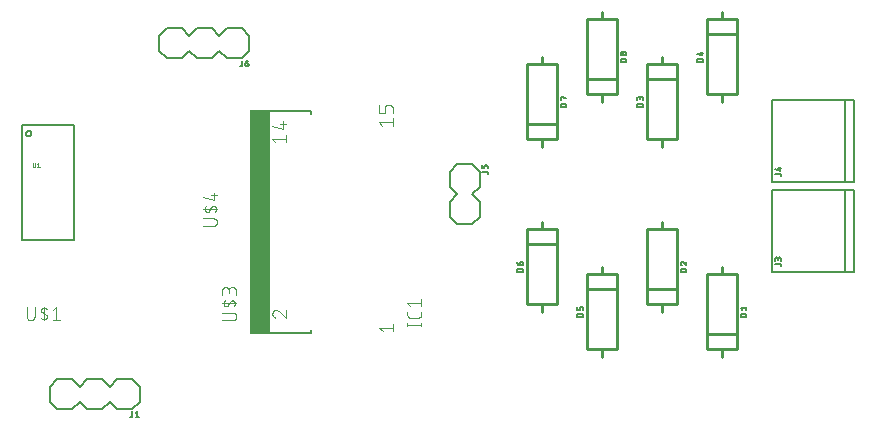
<source format=gbr>
G04 EAGLE Gerber RS-274X export*
G75*
%MOMM*%
%FSLAX34Y34*%
%LPD*%
%INSilkscreen Top*%
%IPPOS*%
%AMOC8*
5,1,8,0,0,1.08239X$1,22.5*%
G01*
%ADD10C,0.254000*%
%ADD11C,0.127000*%
%ADD12C,0.152400*%
%ADD13C,0.101600*%
%ADD14R,1.675000X18.950000*%
%ADD15C,0.203200*%
%ADD16C,0.025400*%


D10*
X660400Y146050D02*
X660400Y158750D01*
X660400Y209550D01*
X647700Y209550D01*
X635000Y209550D01*
X635000Y158750D01*
X635000Y146050D01*
X647700Y146050D01*
X660400Y146050D01*
X660400Y158750D02*
X635000Y158750D01*
X647700Y209550D02*
X647700Y215900D01*
X647700Y146050D02*
X647700Y139700D01*
D11*
X663575Y173625D02*
X668401Y173625D01*
X663575Y173625D02*
X663575Y174965D01*
X663577Y175035D01*
X663582Y175105D01*
X663592Y175175D01*
X663604Y175244D01*
X663621Y175312D01*
X663641Y175379D01*
X663664Y175446D01*
X663691Y175510D01*
X663721Y175574D01*
X663755Y175636D01*
X663791Y175695D01*
X663831Y175753D01*
X663874Y175809D01*
X663919Y175862D01*
X663968Y175913D01*
X664019Y175962D01*
X664072Y176007D01*
X664128Y176050D01*
X664186Y176090D01*
X664246Y176126D01*
X664307Y176160D01*
X664371Y176190D01*
X664435Y176217D01*
X664502Y176240D01*
X664569Y176260D01*
X664637Y176277D01*
X664706Y176289D01*
X664776Y176299D01*
X664846Y176304D01*
X664916Y176306D01*
X667060Y176306D01*
X667130Y176304D01*
X667200Y176299D01*
X667270Y176289D01*
X667339Y176277D01*
X667407Y176260D01*
X667474Y176240D01*
X667541Y176217D01*
X667605Y176190D01*
X667669Y176160D01*
X667731Y176126D01*
X667790Y176090D01*
X667848Y176050D01*
X667904Y176007D01*
X667957Y175962D01*
X668008Y175913D01*
X668057Y175862D01*
X668102Y175809D01*
X668145Y175753D01*
X668185Y175695D01*
X668221Y175635D01*
X668255Y175574D01*
X668285Y175510D01*
X668312Y175446D01*
X668335Y175379D01*
X668355Y175312D01*
X668372Y175244D01*
X668384Y175175D01*
X668394Y175105D01*
X668399Y175035D01*
X668401Y174965D01*
X668401Y173625D01*
X664647Y179294D02*
X663575Y180635D01*
X668401Y180635D01*
X668401Y181975D02*
X668401Y179294D01*
D10*
X609600Y184150D02*
X609600Y196850D01*
X609600Y247650D01*
X596900Y247650D01*
X584200Y247650D01*
X584200Y196850D01*
X584200Y184150D01*
X596900Y184150D01*
X609600Y184150D01*
X609600Y196850D02*
X584200Y196850D01*
X596900Y247650D02*
X596900Y254000D01*
X596900Y184150D02*
X596900Y177800D01*
D11*
X612775Y211725D02*
X617601Y211725D01*
X612775Y211725D02*
X612775Y213065D01*
X612777Y213135D01*
X612782Y213205D01*
X612792Y213275D01*
X612804Y213344D01*
X612821Y213412D01*
X612841Y213479D01*
X612864Y213546D01*
X612891Y213610D01*
X612921Y213674D01*
X612955Y213736D01*
X612991Y213795D01*
X613031Y213853D01*
X613074Y213909D01*
X613119Y213962D01*
X613168Y214013D01*
X613219Y214062D01*
X613272Y214107D01*
X613328Y214150D01*
X613386Y214190D01*
X613446Y214226D01*
X613507Y214260D01*
X613571Y214290D01*
X613635Y214317D01*
X613702Y214340D01*
X613769Y214360D01*
X613837Y214377D01*
X613906Y214389D01*
X613976Y214399D01*
X614046Y214404D01*
X614116Y214406D01*
X616260Y214406D01*
X616330Y214404D01*
X616400Y214399D01*
X616470Y214389D01*
X616539Y214377D01*
X616607Y214360D01*
X616674Y214340D01*
X616741Y214317D01*
X616805Y214290D01*
X616869Y214260D01*
X616931Y214226D01*
X616990Y214190D01*
X617048Y214150D01*
X617104Y214107D01*
X617157Y214062D01*
X617208Y214013D01*
X617257Y213962D01*
X617302Y213909D01*
X617345Y213853D01*
X617385Y213795D01*
X617421Y213735D01*
X617455Y213674D01*
X617485Y213610D01*
X617512Y213546D01*
X617535Y213479D01*
X617555Y213412D01*
X617572Y213344D01*
X617584Y213275D01*
X617594Y213205D01*
X617599Y213135D01*
X617601Y213065D01*
X617601Y211725D01*
X612775Y218869D02*
X612777Y218937D01*
X612783Y219004D01*
X612792Y219071D01*
X612805Y219138D01*
X612822Y219203D01*
X612843Y219268D01*
X612867Y219331D01*
X612895Y219393D01*
X612926Y219453D01*
X612960Y219511D01*
X612998Y219567D01*
X613038Y219622D01*
X613082Y219673D01*
X613129Y219722D01*
X613178Y219769D01*
X613229Y219813D01*
X613284Y219853D01*
X613340Y219891D01*
X613398Y219925D01*
X613458Y219956D01*
X613520Y219984D01*
X613583Y220008D01*
X613648Y220029D01*
X613713Y220046D01*
X613780Y220059D01*
X613847Y220068D01*
X613914Y220074D01*
X613982Y220076D01*
X612775Y218869D02*
X612777Y218791D01*
X612783Y218713D01*
X612793Y218636D01*
X612806Y218559D01*
X612824Y218483D01*
X612845Y218408D01*
X612870Y218334D01*
X612899Y218262D01*
X612931Y218191D01*
X612967Y218122D01*
X613006Y218054D01*
X613049Y217989D01*
X613095Y217926D01*
X613144Y217865D01*
X613196Y217807D01*
X613251Y217752D01*
X613308Y217699D01*
X613368Y217650D01*
X613431Y217603D01*
X613496Y217560D01*
X613562Y217520D01*
X613631Y217483D01*
X613702Y217450D01*
X613774Y217420D01*
X613848Y217394D01*
X614920Y219673D02*
X614871Y219722D01*
X614819Y219769D01*
X614764Y219812D01*
X614707Y219853D01*
X614648Y219891D01*
X614587Y219925D01*
X614524Y219956D01*
X614460Y219984D01*
X614394Y220008D01*
X614328Y220028D01*
X614260Y220045D01*
X614191Y220058D01*
X614122Y220067D01*
X614052Y220073D01*
X613982Y220075D01*
X614920Y219673D02*
X617601Y217394D01*
X617601Y220075D01*
D10*
X584200Y374650D02*
X584200Y387350D01*
X584200Y374650D02*
X584200Y323850D01*
X596900Y323850D01*
X609600Y323850D01*
X609600Y374650D01*
X609600Y387350D01*
X596900Y387350D01*
X584200Y387350D01*
X584200Y374650D02*
X609600Y374650D01*
X596900Y323850D02*
X596900Y317500D01*
X596900Y387350D02*
X596900Y393700D01*
D11*
X581025Y351425D02*
X576199Y351425D01*
X576199Y352765D01*
X576201Y352835D01*
X576206Y352905D01*
X576216Y352975D01*
X576228Y353044D01*
X576245Y353112D01*
X576265Y353179D01*
X576288Y353246D01*
X576315Y353310D01*
X576345Y353374D01*
X576379Y353436D01*
X576415Y353495D01*
X576455Y353553D01*
X576498Y353609D01*
X576543Y353662D01*
X576592Y353713D01*
X576643Y353762D01*
X576696Y353807D01*
X576752Y353850D01*
X576810Y353890D01*
X576870Y353926D01*
X576931Y353960D01*
X576995Y353990D01*
X577059Y354017D01*
X577126Y354040D01*
X577193Y354060D01*
X577261Y354077D01*
X577330Y354089D01*
X577400Y354099D01*
X577470Y354104D01*
X577540Y354106D01*
X579684Y354106D01*
X579754Y354104D01*
X579824Y354099D01*
X579894Y354089D01*
X579963Y354077D01*
X580031Y354060D01*
X580098Y354040D01*
X580165Y354017D01*
X580229Y353990D01*
X580293Y353960D01*
X580355Y353926D01*
X580414Y353890D01*
X580472Y353850D01*
X580528Y353807D01*
X580581Y353762D01*
X580632Y353713D01*
X580681Y353662D01*
X580726Y353609D01*
X580769Y353553D01*
X580809Y353495D01*
X580845Y353435D01*
X580879Y353374D01*
X580909Y353310D01*
X580936Y353246D01*
X580959Y353179D01*
X580979Y353112D01*
X580996Y353044D01*
X581008Y352975D01*
X581018Y352905D01*
X581023Y352835D01*
X581025Y352765D01*
X581025Y351425D01*
X581025Y357094D02*
X581025Y358435D01*
X581023Y358506D01*
X581017Y358578D01*
X581008Y358648D01*
X580995Y358718D01*
X580978Y358788D01*
X580957Y358856D01*
X580933Y358923D01*
X580905Y358989D01*
X580874Y359053D01*
X580839Y359116D01*
X580801Y359176D01*
X580760Y359235D01*
X580716Y359291D01*
X580669Y359345D01*
X580620Y359396D01*
X580567Y359444D01*
X580512Y359490D01*
X580455Y359532D01*
X580395Y359572D01*
X580334Y359608D01*
X580270Y359641D01*
X580205Y359670D01*
X580139Y359696D01*
X580071Y359719D01*
X580002Y359738D01*
X579932Y359753D01*
X579862Y359764D01*
X579791Y359772D01*
X579720Y359776D01*
X579648Y359776D01*
X579577Y359772D01*
X579506Y359764D01*
X579436Y359753D01*
X579366Y359738D01*
X579297Y359719D01*
X579229Y359696D01*
X579163Y359670D01*
X579098Y359641D01*
X579034Y359608D01*
X578973Y359572D01*
X578913Y359532D01*
X578856Y359490D01*
X578801Y359444D01*
X578748Y359396D01*
X578699Y359345D01*
X578652Y359291D01*
X578608Y359235D01*
X578567Y359176D01*
X578529Y359116D01*
X578494Y359053D01*
X578463Y358989D01*
X578435Y358923D01*
X578411Y358856D01*
X578390Y358788D01*
X578373Y358718D01*
X578360Y358648D01*
X578351Y358578D01*
X578345Y358506D01*
X578343Y358435D01*
X576199Y358703D02*
X576199Y357094D01*
X576199Y358703D02*
X576201Y358768D01*
X576207Y358832D01*
X576217Y358896D01*
X576230Y358960D01*
X576248Y359022D01*
X576269Y359083D01*
X576293Y359143D01*
X576322Y359201D01*
X576354Y359258D01*
X576389Y359312D01*
X576427Y359364D01*
X576469Y359414D01*
X576513Y359461D01*
X576560Y359505D01*
X576610Y359547D01*
X576662Y359585D01*
X576716Y359620D01*
X576773Y359652D01*
X576831Y359681D01*
X576891Y359705D01*
X576952Y359726D01*
X577014Y359744D01*
X577078Y359757D01*
X577142Y359767D01*
X577206Y359773D01*
X577271Y359775D01*
X577336Y359773D01*
X577400Y359767D01*
X577464Y359757D01*
X577528Y359744D01*
X577590Y359726D01*
X577651Y359705D01*
X577711Y359681D01*
X577769Y359652D01*
X577826Y359620D01*
X577880Y359585D01*
X577932Y359547D01*
X577982Y359505D01*
X578029Y359461D01*
X578073Y359414D01*
X578115Y359364D01*
X578153Y359312D01*
X578188Y359258D01*
X578220Y359201D01*
X578249Y359143D01*
X578273Y359083D01*
X578294Y359022D01*
X578312Y358960D01*
X578325Y358896D01*
X578335Y358832D01*
X578341Y358768D01*
X578343Y358703D01*
X578344Y358703D02*
X578344Y357630D01*
D10*
X635000Y412750D02*
X635000Y425450D01*
X635000Y412750D02*
X635000Y361950D01*
X647700Y361950D01*
X660400Y361950D01*
X660400Y412750D01*
X660400Y425450D01*
X647700Y425450D01*
X635000Y425450D01*
X635000Y412750D02*
X660400Y412750D01*
X647700Y361950D02*
X647700Y355600D01*
X647700Y425450D02*
X647700Y431800D01*
D11*
X631825Y389525D02*
X626999Y389525D01*
X626999Y390865D01*
X627001Y390935D01*
X627006Y391005D01*
X627016Y391075D01*
X627028Y391144D01*
X627045Y391212D01*
X627065Y391279D01*
X627088Y391346D01*
X627115Y391410D01*
X627145Y391474D01*
X627179Y391536D01*
X627215Y391595D01*
X627255Y391653D01*
X627298Y391709D01*
X627343Y391762D01*
X627392Y391813D01*
X627443Y391862D01*
X627496Y391907D01*
X627552Y391950D01*
X627610Y391990D01*
X627670Y392026D01*
X627731Y392060D01*
X627795Y392090D01*
X627859Y392117D01*
X627926Y392140D01*
X627993Y392160D01*
X628061Y392177D01*
X628130Y392189D01*
X628200Y392199D01*
X628270Y392204D01*
X628340Y392206D01*
X630484Y392206D01*
X630554Y392204D01*
X630624Y392199D01*
X630694Y392189D01*
X630763Y392177D01*
X630831Y392160D01*
X630898Y392140D01*
X630965Y392117D01*
X631029Y392090D01*
X631093Y392060D01*
X631155Y392026D01*
X631214Y391990D01*
X631272Y391950D01*
X631328Y391907D01*
X631381Y391862D01*
X631432Y391813D01*
X631481Y391762D01*
X631526Y391709D01*
X631569Y391653D01*
X631609Y391595D01*
X631645Y391535D01*
X631679Y391474D01*
X631709Y391410D01*
X631736Y391346D01*
X631759Y391279D01*
X631779Y391212D01*
X631796Y391144D01*
X631808Y391075D01*
X631818Y391005D01*
X631823Y390935D01*
X631825Y390865D01*
X631825Y389525D01*
X630753Y395194D02*
X626999Y396267D01*
X630753Y395194D02*
X630753Y397875D01*
X629680Y397071D02*
X631825Y397071D01*
D10*
X533400Y209550D02*
X533400Y196850D01*
X533400Y146050D01*
X546100Y146050D01*
X558800Y146050D01*
X558800Y196850D01*
X558800Y209550D01*
X546100Y209550D01*
X533400Y209550D01*
X533400Y196850D02*
X558800Y196850D01*
X546100Y146050D02*
X546100Y139700D01*
X546100Y209550D02*
X546100Y215900D01*
D11*
X530225Y173625D02*
X525399Y173625D01*
X525399Y174965D01*
X525401Y175035D01*
X525406Y175105D01*
X525416Y175175D01*
X525428Y175244D01*
X525445Y175312D01*
X525465Y175379D01*
X525488Y175446D01*
X525515Y175510D01*
X525545Y175574D01*
X525579Y175636D01*
X525615Y175695D01*
X525655Y175753D01*
X525698Y175809D01*
X525743Y175862D01*
X525792Y175913D01*
X525843Y175962D01*
X525896Y176007D01*
X525952Y176050D01*
X526010Y176090D01*
X526070Y176126D01*
X526131Y176160D01*
X526195Y176190D01*
X526259Y176217D01*
X526326Y176240D01*
X526393Y176260D01*
X526461Y176277D01*
X526530Y176289D01*
X526600Y176299D01*
X526670Y176304D01*
X526740Y176306D01*
X528884Y176306D01*
X528954Y176304D01*
X529024Y176299D01*
X529094Y176289D01*
X529163Y176277D01*
X529231Y176260D01*
X529298Y176240D01*
X529365Y176217D01*
X529429Y176190D01*
X529493Y176160D01*
X529555Y176126D01*
X529614Y176090D01*
X529672Y176050D01*
X529728Y176007D01*
X529781Y175962D01*
X529832Y175913D01*
X529881Y175862D01*
X529926Y175809D01*
X529969Y175753D01*
X530009Y175695D01*
X530045Y175635D01*
X530079Y175574D01*
X530109Y175510D01*
X530136Y175446D01*
X530159Y175379D01*
X530179Y175312D01*
X530196Y175244D01*
X530208Y175175D01*
X530218Y175105D01*
X530223Y175035D01*
X530225Y174965D01*
X530225Y173625D01*
X530225Y179294D02*
X530225Y180903D01*
X530223Y180968D01*
X530217Y181032D01*
X530207Y181096D01*
X530194Y181160D01*
X530176Y181222D01*
X530155Y181283D01*
X530131Y181343D01*
X530102Y181401D01*
X530070Y181458D01*
X530035Y181512D01*
X529997Y181564D01*
X529955Y181614D01*
X529911Y181661D01*
X529864Y181705D01*
X529814Y181747D01*
X529762Y181785D01*
X529708Y181820D01*
X529651Y181852D01*
X529593Y181881D01*
X529533Y181905D01*
X529472Y181926D01*
X529410Y181944D01*
X529346Y181957D01*
X529282Y181967D01*
X529218Y181973D01*
X529153Y181975D01*
X528616Y181975D01*
X528551Y181973D01*
X528487Y181967D01*
X528423Y181957D01*
X528359Y181944D01*
X528297Y181926D01*
X528236Y181905D01*
X528176Y181881D01*
X528118Y181852D01*
X528061Y181820D01*
X528007Y181785D01*
X527955Y181747D01*
X527905Y181705D01*
X527858Y181661D01*
X527814Y181614D01*
X527772Y181564D01*
X527734Y181512D01*
X527699Y181458D01*
X527667Y181401D01*
X527638Y181343D01*
X527614Y181283D01*
X527593Y181222D01*
X527575Y181160D01*
X527562Y181096D01*
X527552Y181032D01*
X527546Y180968D01*
X527544Y180903D01*
X527544Y179294D01*
X525399Y179294D01*
X525399Y181975D01*
D10*
X482600Y234950D02*
X482600Y247650D01*
X482600Y234950D02*
X482600Y184150D01*
X495300Y184150D01*
X508000Y184150D01*
X508000Y234950D01*
X508000Y247650D01*
X495300Y247650D01*
X482600Y247650D01*
X482600Y234950D02*
X508000Y234950D01*
X495300Y184150D02*
X495300Y177800D01*
X495300Y247650D02*
X495300Y254000D01*
D11*
X479425Y211725D02*
X474599Y211725D01*
X474599Y213065D01*
X474601Y213135D01*
X474606Y213205D01*
X474616Y213275D01*
X474628Y213344D01*
X474645Y213412D01*
X474665Y213479D01*
X474688Y213546D01*
X474715Y213610D01*
X474745Y213674D01*
X474779Y213736D01*
X474815Y213795D01*
X474855Y213853D01*
X474898Y213909D01*
X474943Y213962D01*
X474992Y214013D01*
X475043Y214062D01*
X475096Y214107D01*
X475152Y214150D01*
X475210Y214190D01*
X475270Y214226D01*
X475331Y214260D01*
X475395Y214290D01*
X475459Y214317D01*
X475526Y214340D01*
X475593Y214360D01*
X475661Y214377D01*
X475730Y214389D01*
X475800Y214399D01*
X475870Y214404D01*
X475940Y214406D01*
X478084Y214406D01*
X478154Y214404D01*
X478224Y214399D01*
X478294Y214389D01*
X478363Y214377D01*
X478431Y214360D01*
X478498Y214340D01*
X478565Y214317D01*
X478629Y214290D01*
X478693Y214260D01*
X478755Y214226D01*
X478814Y214190D01*
X478872Y214150D01*
X478928Y214107D01*
X478981Y214062D01*
X479032Y214013D01*
X479081Y213962D01*
X479126Y213909D01*
X479169Y213853D01*
X479209Y213795D01*
X479245Y213735D01*
X479279Y213674D01*
X479309Y213610D01*
X479336Y213546D01*
X479359Y213479D01*
X479379Y213412D01*
X479396Y213344D01*
X479408Y213275D01*
X479418Y213205D01*
X479423Y213135D01*
X479425Y213065D01*
X479425Y211725D01*
X476744Y217394D02*
X476744Y219003D01*
X476746Y219068D01*
X476752Y219132D01*
X476762Y219196D01*
X476775Y219260D01*
X476793Y219322D01*
X476814Y219383D01*
X476838Y219443D01*
X476867Y219501D01*
X476899Y219558D01*
X476934Y219612D01*
X476972Y219664D01*
X477014Y219714D01*
X477058Y219761D01*
X477105Y219805D01*
X477155Y219847D01*
X477207Y219885D01*
X477261Y219920D01*
X477318Y219952D01*
X477376Y219981D01*
X477436Y220005D01*
X477497Y220026D01*
X477559Y220044D01*
X477623Y220057D01*
X477687Y220067D01*
X477751Y220073D01*
X477816Y220075D01*
X478084Y220075D01*
X478084Y220076D02*
X478155Y220074D01*
X478227Y220068D01*
X478297Y220059D01*
X478367Y220046D01*
X478437Y220029D01*
X478505Y220008D01*
X478572Y219984D01*
X478638Y219956D01*
X478702Y219925D01*
X478765Y219890D01*
X478825Y219852D01*
X478884Y219811D01*
X478940Y219767D01*
X478994Y219720D01*
X479045Y219671D01*
X479093Y219618D01*
X479139Y219563D01*
X479181Y219506D01*
X479221Y219446D01*
X479257Y219385D01*
X479290Y219321D01*
X479319Y219256D01*
X479345Y219190D01*
X479368Y219122D01*
X479387Y219053D01*
X479402Y218983D01*
X479413Y218913D01*
X479421Y218842D01*
X479425Y218771D01*
X479425Y218699D01*
X479421Y218628D01*
X479413Y218557D01*
X479402Y218487D01*
X479387Y218417D01*
X479368Y218348D01*
X479345Y218280D01*
X479319Y218214D01*
X479290Y218149D01*
X479257Y218085D01*
X479221Y218024D01*
X479181Y217964D01*
X479139Y217907D01*
X479093Y217852D01*
X479045Y217799D01*
X478994Y217750D01*
X478940Y217703D01*
X478884Y217659D01*
X478825Y217618D01*
X478765Y217580D01*
X478702Y217545D01*
X478638Y217514D01*
X478572Y217486D01*
X478505Y217462D01*
X478437Y217441D01*
X478367Y217424D01*
X478297Y217411D01*
X478227Y217402D01*
X478155Y217396D01*
X478084Y217394D01*
X476744Y217394D01*
X476653Y217396D01*
X476562Y217402D01*
X476472Y217411D01*
X476381Y217425D01*
X476292Y217442D01*
X476204Y217463D01*
X476116Y217488D01*
X476029Y217517D01*
X475944Y217549D01*
X475860Y217584D01*
X475778Y217624D01*
X475698Y217666D01*
X475619Y217712D01*
X475543Y217762D01*
X475469Y217814D01*
X475396Y217870D01*
X475327Y217929D01*
X475260Y217990D01*
X475195Y218055D01*
X475134Y218122D01*
X475075Y218191D01*
X475019Y218263D01*
X474967Y218338D01*
X474917Y218414D01*
X474871Y218493D01*
X474829Y218573D01*
X474789Y218655D01*
X474754Y218739D01*
X474722Y218824D01*
X474693Y218911D01*
X474668Y218998D01*
X474647Y219087D01*
X474630Y219176D01*
X474616Y219266D01*
X474607Y219357D01*
X474601Y219448D01*
X474599Y219539D01*
D10*
X508000Y323850D02*
X508000Y336550D01*
X508000Y387350D01*
X495300Y387350D01*
X482600Y387350D01*
X482600Y336550D01*
X482600Y323850D01*
X495300Y323850D01*
X508000Y323850D01*
X508000Y336550D02*
X482600Y336550D01*
X495300Y387350D02*
X495300Y393700D01*
X495300Y323850D02*
X495300Y317500D01*
D11*
X511175Y351425D02*
X516001Y351425D01*
X511175Y351425D02*
X511175Y352765D01*
X511177Y352835D01*
X511182Y352905D01*
X511192Y352975D01*
X511204Y353044D01*
X511221Y353112D01*
X511241Y353179D01*
X511264Y353246D01*
X511291Y353310D01*
X511321Y353374D01*
X511355Y353436D01*
X511391Y353495D01*
X511431Y353553D01*
X511474Y353609D01*
X511519Y353662D01*
X511568Y353713D01*
X511619Y353762D01*
X511672Y353807D01*
X511728Y353850D01*
X511786Y353890D01*
X511846Y353926D01*
X511907Y353960D01*
X511971Y353990D01*
X512035Y354017D01*
X512102Y354040D01*
X512169Y354060D01*
X512237Y354077D01*
X512306Y354089D01*
X512376Y354099D01*
X512446Y354104D01*
X512516Y354106D01*
X514660Y354106D01*
X514730Y354104D01*
X514800Y354099D01*
X514870Y354089D01*
X514939Y354077D01*
X515007Y354060D01*
X515074Y354040D01*
X515141Y354017D01*
X515205Y353990D01*
X515269Y353960D01*
X515331Y353926D01*
X515390Y353890D01*
X515448Y353850D01*
X515504Y353807D01*
X515557Y353762D01*
X515608Y353713D01*
X515657Y353662D01*
X515702Y353609D01*
X515745Y353553D01*
X515785Y353495D01*
X515821Y353435D01*
X515855Y353374D01*
X515885Y353310D01*
X515912Y353246D01*
X515935Y353179D01*
X515955Y353112D01*
X515972Y353044D01*
X515984Y352975D01*
X515994Y352905D01*
X515999Y352835D01*
X516001Y352765D01*
X516001Y351425D01*
X511711Y357094D02*
X511175Y357094D01*
X511175Y359775D01*
X516001Y358435D01*
D10*
X558800Y361950D02*
X558800Y374650D01*
X558800Y425450D01*
X546100Y425450D01*
X533400Y425450D01*
X533400Y374650D01*
X533400Y361950D01*
X546100Y361950D01*
X558800Y361950D01*
X558800Y374650D02*
X533400Y374650D01*
X546100Y425450D02*
X546100Y431800D01*
X546100Y361950D02*
X546100Y355600D01*
D11*
X561975Y389525D02*
X566801Y389525D01*
X561975Y389525D02*
X561975Y390865D01*
X561977Y390935D01*
X561982Y391005D01*
X561992Y391075D01*
X562004Y391144D01*
X562021Y391212D01*
X562041Y391279D01*
X562064Y391346D01*
X562091Y391410D01*
X562121Y391474D01*
X562155Y391536D01*
X562191Y391595D01*
X562231Y391653D01*
X562274Y391709D01*
X562319Y391762D01*
X562368Y391813D01*
X562419Y391862D01*
X562472Y391907D01*
X562528Y391950D01*
X562586Y391990D01*
X562646Y392026D01*
X562707Y392060D01*
X562771Y392090D01*
X562835Y392117D01*
X562902Y392140D01*
X562969Y392160D01*
X563037Y392177D01*
X563106Y392189D01*
X563176Y392199D01*
X563246Y392204D01*
X563316Y392206D01*
X565460Y392206D01*
X565530Y392204D01*
X565600Y392199D01*
X565670Y392189D01*
X565739Y392177D01*
X565807Y392160D01*
X565874Y392140D01*
X565941Y392117D01*
X566005Y392090D01*
X566069Y392060D01*
X566131Y392026D01*
X566190Y391990D01*
X566248Y391950D01*
X566304Y391907D01*
X566357Y391862D01*
X566408Y391813D01*
X566457Y391762D01*
X566502Y391709D01*
X566545Y391653D01*
X566585Y391595D01*
X566621Y391535D01*
X566655Y391474D01*
X566685Y391410D01*
X566712Y391346D01*
X566735Y391279D01*
X566755Y391212D01*
X566772Y391144D01*
X566784Y391075D01*
X566794Y391005D01*
X566799Y390935D01*
X566801Y390865D01*
X566801Y389525D01*
X565460Y395194D02*
X565389Y395196D01*
X565317Y395202D01*
X565247Y395211D01*
X565177Y395224D01*
X565107Y395241D01*
X565039Y395262D01*
X564972Y395286D01*
X564906Y395314D01*
X564842Y395345D01*
X564779Y395380D01*
X564719Y395418D01*
X564660Y395459D01*
X564604Y395503D01*
X564550Y395550D01*
X564499Y395599D01*
X564451Y395652D01*
X564405Y395707D01*
X564363Y395764D01*
X564323Y395824D01*
X564287Y395885D01*
X564254Y395949D01*
X564225Y396014D01*
X564199Y396080D01*
X564176Y396148D01*
X564157Y396217D01*
X564142Y396287D01*
X564131Y396357D01*
X564123Y396428D01*
X564119Y396499D01*
X564119Y396571D01*
X564123Y396642D01*
X564131Y396713D01*
X564142Y396783D01*
X564157Y396853D01*
X564176Y396922D01*
X564199Y396990D01*
X564225Y397056D01*
X564254Y397121D01*
X564287Y397185D01*
X564323Y397246D01*
X564363Y397306D01*
X564405Y397363D01*
X564451Y397418D01*
X564499Y397471D01*
X564550Y397520D01*
X564604Y397567D01*
X564660Y397611D01*
X564719Y397652D01*
X564779Y397690D01*
X564842Y397725D01*
X564906Y397756D01*
X564972Y397784D01*
X565039Y397808D01*
X565107Y397829D01*
X565177Y397846D01*
X565247Y397859D01*
X565317Y397868D01*
X565389Y397874D01*
X565460Y397876D01*
X565531Y397874D01*
X565603Y397868D01*
X565673Y397859D01*
X565743Y397846D01*
X565813Y397829D01*
X565881Y397808D01*
X565948Y397784D01*
X566014Y397756D01*
X566078Y397725D01*
X566141Y397690D01*
X566201Y397652D01*
X566260Y397611D01*
X566316Y397567D01*
X566370Y397520D01*
X566421Y397471D01*
X566469Y397418D01*
X566515Y397363D01*
X566557Y397306D01*
X566597Y397246D01*
X566633Y397185D01*
X566666Y397121D01*
X566695Y397056D01*
X566721Y396990D01*
X566744Y396922D01*
X566763Y396853D01*
X566778Y396783D01*
X566789Y396713D01*
X566797Y396642D01*
X566801Y396571D01*
X566801Y396499D01*
X566797Y396428D01*
X566789Y396357D01*
X566778Y396287D01*
X566763Y396217D01*
X566744Y396148D01*
X566721Y396080D01*
X566695Y396014D01*
X566666Y395949D01*
X566633Y395885D01*
X566597Y395824D01*
X566557Y395764D01*
X566515Y395707D01*
X566469Y395652D01*
X566421Y395599D01*
X566370Y395550D01*
X566316Y395503D01*
X566260Y395459D01*
X566201Y395418D01*
X566141Y395380D01*
X566078Y395345D01*
X566014Y395314D01*
X565948Y395286D01*
X565881Y395262D01*
X565813Y395241D01*
X565743Y395224D01*
X565673Y395211D01*
X565603Y395202D01*
X565531Y395196D01*
X565460Y395194D01*
X563047Y395463D02*
X562982Y395465D01*
X562918Y395471D01*
X562854Y395481D01*
X562790Y395494D01*
X562728Y395512D01*
X562667Y395533D01*
X562607Y395557D01*
X562549Y395586D01*
X562492Y395618D01*
X562438Y395653D01*
X562386Y395691D01*
X562336Y395733D01*
X562289Y395777D01*
X562245Y395824D01*
X562203Y395874D01*
X562165Y395926D01*
X562130Y395980D01*
X562098Y396037D01*
X562069Y396095D01*
X562045Y396155D01*
X562024Y396216D01*
X562006Y396278D01*
X561993Y396342D01*
X561983Y396406D01*
X561977Y396470D01*
X561975Y396535D01*
X561977Y396600D01*
X561983Y396664D01*
X561993Y396728D01*
X562006Y396792D01*
X562024Y396854D01*
X562045Y396915D01*
X562069Y396975D01*
X562098Y397033D01*
X562130Y397090D01*
X562165Y397144D01*
X562203Y397196D01*
X562245Y397246D01*
X562289Y397293D01*
X562336Y397337D01*
X562386Y397379D01*
X562438Y397417D01*
X562492Y397452D01*
X562549Y397484D01*
X562607Y397513D01*
X562667Y397537D01*
X562728Y397558D01*
X562790Y397576D01*
X562854Y397589D01*
X562918Y397599D01*
X562982Y397605D01*
X563047Y397607D01*
X563112Y397605D01*
X563176Y397599D01*
X563240Y397589D01*
X563304Y397576D01*
X563366Y397558D01*
X563427Y397537D01*
X563487Y397513D01*
X563545Y397484D01*
X563602Y397452D01*
X563656Y397417D01*
X563708Y397379D01*
X563758Y397337D01*
X563805Y397293D01*
X563849Y397246D01*
X563891Y397196D01*
X563929Y397144D01*
X563964Y397090D01*
X563996Y397033D01*
X564025Y396975D01*
X564049Y396915D01*
X564070Y396854D01*
X564088Y396792D01*
X564101Y396728D01*
X564111Y396664D01*
X564117Y396600D01*
X564119Y396535D01*
X564117Y396470D01*
X564111Y396406D01*
X564101Y396342D01*
X564088Y396278D01*
X564070Y396216D01*
X564049Y396155D01*
X564025Y396095D01*
X563996Y396037D01*
X563964Y395980D01*
X563929Y395926D01*
X563891Y395874D01*
X563849Y395824D01*
X563805Y395777D01*
X563758Y395733D01*
X563708Y395691D01*
X563656Y395653D01*
X563602Y395618D01*
X563545Y395586D01*
X563487Y395557D01*
X563427Y395533D01*
X563366Y395512D01*
X563304Y395494D01*
X563240Y395481D01*
X563176Y395471D01*
X563112Y395465D01*
X563047Y395463D01*
D12*
X299720Y162560D02*
X299720Y160020D01*
X299720Y345440D02*
X299720Y347980D01*
X299720Y160020D02*
X264160Y160020D01*
X264160Y347980D02*
X299720Y347980D01*
D13*
X357891Y164480D02*
X360487Y161234D01*
X357891Y164480D02*
X369575Y164480D01*
X369575Y167725D02*
X369575Y161234D01*
X359895Y335084D02*
X357299Y338330D01*
X368983Y338330D01*
X368983Y341575D02*
X368983Y335084D01*
X368983Y346514D02*
X368983Y350409D01*
X368981Y350508D01*
X368975Y350608D01*
X368966Y350707D01*
X368953Y350805D01*
X368936Y350903D01*
X368915Y351001D01*
X368890Y351097D01*
X368862Y351192D01*
X368830Y351286D01*
X368795Y351379D01*
X368756Y351471D01*
X368713Y351561D01*
X368668Y351649D01*
X368618Y351736D01*
X368566Y351820D01*
X368510Y351903D01*
X368452Y351983D01*
X368390Y352061D01*
X368325Y352136D01*
X368257Y352209D01*
X368187Y352279D01*
X368114Y352347D01*
X368039Y352412D01*
X367961Y352474D01*
X367881Y352532D01*
X367798Y352588D01*
X367714Y352640D01*
X367627Y352690D01*
X367539Y352735D01*
X367449Y352778D01*
X367357Y352817D01*
X367264Y352852D01*
X367170Y352884D01*
X367075Y352912D01*
X366979Y352937D01*
X366881Y352958D01*
X366783Y352975D01*
X366685Y352988D01*
X366586Y352997D01*
X366486Y353003D01*
X366387Y353005D01*
X365088Y353005D01*
X364989Y353003D01*
X364889Y352997D01*
X364790Y352988D01*
X364692Y352975D01*
X364594Y352958D01*
X364496Y352937D01*
X364400Y352912D01*
X364305Y352884D01*
X364211Y352852D01*
X364118Y352817D01*
X364026Y352778D01*
X363936Y352735D01*
X363848Y352690D01*
X363761Y352640D01*
X363677Y352588D01*
X363594Y352532D01*
X363514Y352474D01*
X363436Y352412D01*
X363361Y352347D01*
X363288Y352279D01*
X363218Y352209D01*
X363150Y352136D01*
X363085Y352061D01*
X363023Y351983D01*
X362965Y351903D01*
X362909Y351820D01*
X362857Y351736D01*
X362807Y351649D01*
X362762Y351561D01*
X362719Y351471D01*
X362680Y351379D01*
X362645Y351286D01*
X362613Y351192D01*
X362585Y351097D01*
X362560Y351001D01*
X362539Y350903D01*
X362522Y350805D01*
X362509Y350707D01*
X362500Y350608D01*
X362494Y350508D01*
X362492Y350409D01*
X362492Y346514D01*
X357299Y346514D01*
X357299Y353005D01*
X270129Y179234D02*
X270022Y179232D01*
X269916Y179226D01*
X269810Y179216D01*
X269704Y179203D01*
X269598Y179185D01*
X269494Y179164D01*
X269390Y179139D01*
X269287Y179110D01*
X269186Y179078D01*
X269086Y179041D01*
X268987Y179001D01*
X268889Y178958D01*
X268793Y178911D01*
X268699Y178860D01*
X268607Y178806D01*
X268517Y178749D01*
X268429Y178689D01*
X268344Y178625D01*
X268261Y178558D01*
X268180Y178488D01*
X268102Y178416D01*
X268026Y178340D01*
X267954Y178262D01*
X267884Y178181D01*
X267817Y178098D01*
X267753Y178013D01*
X267693Y177925D01*
X267636Y177835D01*
X267582Y177743D01*
X267531Y177649D01*
X267484Y177553D01*
X267441Y177455D01*
X267401Y177356D01*
X267364Y177256D01*
X267332Y177155D01*
X267303Y177052D01*
X267278Y176948D01*
X267257Y176844D01*
X267239Y176738D01*
X267226Y176632D01*
X267216Y176526D01*
X267210Y176420D01*
X267208Y176313D01*
X267210Y176192D01*
X267216Y176071D01*
X267226Y175951D01*
X267239Y175830D01*
X267257Y175711D01*
X267278Y175591D01*
X267303Y175473D01*
X267332Y175356D01*
X267365Y175239D01*
X267401Y175124D01*
X267442Y175010D01*
X267485Y174897D01*
X267533Y174785D01*
X267584Y174676D01*
X267639Y174568D01*
X267697Y174461D01*
X267758Y174357D01*
X267823Y174255D01*
X267891Y174155D01*
X267962Y174057D01*
X268036Y173961D01*
X268113Y173868D01*
X268194Y173778D01*
X268277Y173690D01*
X268363Y173605D01*
X268452Y173522D01*
X268543Y173443D01*
X268637Y173366D01*
X268733Y173293D01*
X268831Y173223D01*
X268932Y173156D01*
X269035Y173092D01*
X269140Y173032D01*
X269247Y172974D01*
X269355Y172921D01*
X269465Y172871D01*
X269577Y172825D01*
X269690Y172782D01*
X269805Y172743D01*
X272401Y178260D02*
X272323Y178339D01*
X272243Y178415D01*
X272160Y178488D01*
X272074Y178558D01*
X271987Y178625D01*
X271896Y178689D01*
X271804Y178749D01*
X271710Y178807D01*
X271613Y178861D01*
X271515Y178911D01*
X271415Y178958D01*
X271314Y179002D01*
X271211Y179042D01*
X271106Y179078D01*
X271001Y179110D01*
X270894Y179139D01*
X270787Y179164D01*
X270678Y179186D01*
X270569Y179203D01*
X270460Y179217D01*
X270350Y179226D01*
X270239Y179232D01*
X270129Y179234D01*
X272401Y178260D02*
X278892Y172743D01*
X278892Y179234D01*
X269804Y321193D02*
X267208Y324439D01*
X278892Y324439D01*
X278892Y327684D02*
X278892Y321193D01*
X276296Y332623D02*
X267208Y335219D01*
X276296Y332623D02*
X276296Y339114D01*
X273699Y337167D02*
X278892Y337167D01*
D14*
X256575Y254000D03*
D13*
X381508Y166906D02*
X393192Y166906D01*
X393192Y165608D02*
X393192Y168204D01*
X381508Y168204D02*
X381508Y165608D01*
X393192Y175368D02*
X393192Y177964D01*
X393192Y175368D02*
X393190Y175269D01*
X393184Y175169D01*
X393175Y175070D01*
X393162Y174972D01*
X393145Y174874D01*
X393124Y174776D01*
X393099Y174680D01*
X393071Y174585D01*
X393039Y174491D01*
X393004Y174398D01*
X392965Y174306D01*
X392922Y174216D01*
X392877Y174128D01*
X392827Y174041D01*
X392775Y173957D01*
X392719Y173874D01*
X392661Y173794D01*
X392599Y173716D01*
X392534Y173641D01*
X392466Y173568D01*
X392396Y173498D01*
X392323Y173430D01*
X392248Y173365D01*
X392170Y173303D01*
X392090Y173245D01*
X392007Y173189D01*
X391923Y173137D01*
X391836Y173087D01*
X391748Y173042D01*
X391658Y172999D01*
X391566Y172960D01*
X391473Y172925D01*
X391379Y172893D01*
X391284Y172865D01*
X391188Y172840D01*
X391090Y172819D01*
X390992Y172802D01*
X390894Y172789D01*
X390795Y172780D01*
X390695Y172774D01*
X390596Y172772D01*
X390596Y172771D02*
X384104Y172771D01*
X384005Y172773D01*
X383905Y172779D01*
X383806Y172788D01*
X383708Y172801D01*
X383610Y172819D01*
X383512Y172839D01*
X383416Y172864D01*
X383320Y172892D01*
X383226Y172924D01*
X383133Y172959D01*
X383042Y172998D01*
X382952Y173041D01*
X382863Y173086D01*
X382777Y173136D01*
X382692Y173188D01*
X382610Y173244D01*
X382530Y173303D01*
X382452Y173364D01*
X382376Y173429D01*
X382303Y173497D01*
X382233Y173567D01*
X382165Y173640D01*
X382100Y173716D01*
X382039Y173794D01*
X381980Y173874D01*
X381924Y173956D01*
X381872Y174041D01*
X381823Y174127D01*
X381777Y174216D01*
X381734Y174306D01*
X381695Y174397D01*
X381660Y174490D01*
X381628Y174584D01*
X381600Y174680D01*
X381575Y174776D01*
X381555Y174874D01*
X381537Y174972D01*
X381524Y175070D01*
X381515Y175169D01*
X381509Y175268D01*
X381507Y175368D01*
X381508Y175368D02*
X381508Y177964D01*
X384104Y182330D02*
X381508Y185575D01*
X393192Y185575D01*
X393192Y182330D02*
X393192Y188821D01*
D15*
X104000Y101750D02*
X97650Y95400D01*
X84950Y95400D01*
X78600Y101750D01*
X78600Y114450D02*
X84950Y120800D01*
X97650Y120800D01*
X104000Y114450D01*
X135750Y95400D02*
X148450Y95400D01*
X135750Y95400D02*
X129400Y101750D01*
X129400Y114450D02*
X135750Y120800D01*
X129400Y101750D02*
X123050Y95400D01*
X110350Y95400D01*
X104000Y101750D01*
X104000Y114450D02*
X110350Y120800D01*
X123050Y120800D01*
X129400Y114450D01*
X154800Y114450D02*
X154800Y101750D01*
X148450Y95400D01*
X154800Y114450D02*
X148450Y120800D01*
X135750Y120800D01*
X78600Y114450D02*
X78600Y101750D01*
D11*
X148536Y93495D02*
X148536Y89741D01*
X148534Y89676D01*
X148528Y89612D01*
X148518Y89548D01*
X148505Y89484D01*
X148487Y89422D01*
X148466Y89361D01*
X148442Y89301D01*
X148413Y89243D01*
X148381Y89186D01*
X148346Y89132D01*
X148308Y89080D01*
X148266Y89030D01*
X148222Y88983D01*
X148175Y88939D01*
X148125Y88897D01*
X148073Y88859D01*
X148019Y88824D01*
X147962Y88792D01*
X147904Y88763D01*
X147844Y88739D01*
X147783Y88718D01*
X147721Y88700D01*
X147657Y88687D01*
X147593Y88677D01*
X147529Y88671D01*
X147464Y88669D01*
X146927Y88669D01*
X151484Y92423D02*
X152824Y93495D01*
X152824Y88669D01*
X151484Y88669D02*
X154165Y88669D01*
D15*
X689900Y211100D02*
X689900Y281100D01*
X751900Y281100D01*
X759900Y281100D01*
X759900Y211100D01*
X751900Y211100D01*
X689900Y211100D01*
X751900Y211100D02*
X751900Y281100D01*
D11*
X696793Y218144D02*
X693039Y218144D01*
X696793Y218143D02*
X696858Y218141D01*
X696922Y218135D01*
X696986Y218125D01*
X697050Y218112D01*
X697112Y218094D01*
X697173Y218073D01*
X697233Y218049D01*
X697291Y218020D01*
X697348Y217988D01*
X697402Y217953D01*
X697454Y217915D01*
X697504Y217873D01*
X697551Y217829D01*
X697595Y217782D01*
X697637Y217732D01*
X697675Y217680D01*
X697710Y217626D01*
X697742Y217569D01*
X697771Y217511D01*
X697795Y217451D01*
X697816Y217390D01*
X697834Y217328D01*
X697847Y217264D01*
X697857Y217200D01*
X697863Y217136D01*
X697865Y217071D01*
X697865Y216535D01*
X697865Y221092D02*
X697865Y222432D01*
X697863Y222503D01*
X697857Y222575D01*
X697848Y222645D01*
X697835Y222715D01*
X697818Y222785D01*
X697797Y222853D01*
X697773Y222920D01*
X697745Y222986D01*
X697714Y223050D01*
X697679Y223113D01*
X697641Y223173D01*
X697600Y223232D01*
X697556Y223288D01*
X697509Y223342D01*
X697460Y223393D01*
X697407Y223441D01*
X697352Y223487D01*
X697295Y223529D01*
X697235Y223569D01*
X697174Y223605D01*
X697110Y223638D01*
X697045Y223667D01*
X696979Y223693D01*
X696911Y223716D01*
X696842Y223735D01*
X696772Y223750D01*
X696702Y223761D01*
X696631Y223769D01*
X696560Y223773D01*
X696488Y223773D01*
X696417Y223769D01*
X696346Y223761D01*
X696276Y223750D01*
X696206Y223735D01*
X696137Y223716D01*
X696069Y223693D01*
X696003Y223667D01*
X695938Y223638D01*
X695874Y223605D01*
X695813Y223569D01*
X695753Y223529D01*
X695696Y223487D01*
X695641Y223441D01*
X695588Y223393D01*
X695539Y223342D01*
X695492Y223288D01*
X695448Y223232D01*
X695407Y223173D01*
X695369Y223113D01*
X695334Y223050D01*
X695303Y222986D01*
X695275Y222920D01*
X695251Y222853D01*
X695230Y222785D01*
X695213Y222715D01*
X695200Y222645D01*
X695191Y222575D01*
X695185Y222503D01*
X695183Y222432D01*
X693039Y222700D02*
X693039Y221092D01*
X693039Y222700D02*
X693041Y222765D01*
X693047Y222829D01*
X693057Y222893D01*
X693070Y222957D01*
X693088Y223019D01*
X693109Y223080D01*
X693133Y223140D01*
X693162Y223198D01*
X693194Y223255D01*
X693229Y223309D01*
X693267Y223361D01*
X693309Y223411D01*
X693353Y223458D01*
X693400Y223502D01*
X693450Y223544D01*
X693502Y223582D01*
X693556Y223617D01*
X693613Y223649D01*
X693671Y223678D01*
X693731Y223702D01*
X693792Y223723D01*
X693854Y223741D01*
X693918Y223754D01*
X693982Y223764D01*
X694046Y223770D01*
X694111Y223772D01*
X694176Y223770D01*
X694240Y223764D01*
X694304Y223754D01*
X694368Y223741D01*
X694430Y223723D01*
X694491Y223702D01*
X694551Y223678D01*
X694609Y223649D01*
X694666Y223617D01*
X694720Y223582D01*
X694772Y223544D01*
X694822Y223502D01*
X694869Y223458D01*
X694913Y223411D01*
X694955Y223361D01*
X694993Y223309D01*
X695028Y223255D01*
X695060Y223198D01*
X695089Y223140D01*
X695113Y223080D01*
X695134Y223019D01*
X695152Y222957D01*
X695165Y222893D01*
X695175Y222829D01*
X695181Y222765D01*
X695183Y222700D01*
X695184Y222700D02*
X695184Y221628D01*
D15*
X689900Y287300D02*
X689900Y357300D01*
X751900Y357300D01*
X759900Y357300D01*
X759900Y287300D01*
X751900Y287300D01*
X689900Y287300D01*
X751900Y287300D02*
X751900Y357300D01*
D11*
X696793Y294344D02*
X693039Y294344D01*
X696793Y294343D02*
X696858Y294341D01*
X696922Y294335D01*
X696986Y294325D01*
X697050Y294312D01*
X697112Y294294D01*
X697173Y294273D01*
X697233Y294249D01*
X697291Y294220D01*
X697348Y294188D01*
X697402Y294153D01*
X697454Y294115D01*
X697504Y294073D01*
X697551Y294029D01*
X697595Y293982D01*
X697637Y293932D01*
X697675Y293880D01*
X697710Y293826D01*
X697742Y293769D01*
X697771Y293711D01*
X697795Y293651D01*
X697816Y293590D01*
X697834Y293528D01*
X697847Y293464D01*
X697857Y293400D01*
X697863Y293336D01*
X697865Y293271D01*
X697865Y292735D01*
X696793Y297292D02*
X693039Y298364D01*
X696793Y297292D02*
X696793Y299973D01*
X697865Y299168D02*
X695720Y299168D01*
D13*
X233346Y170584D02*
X224908Y170584D01*
X233346Y170583D02*
X233459Y170585D01*
X233572Y170591D01*
X233685Y170601D01*
X233798Y170615D01*
X233910Y170632D01*
X234021Y170654D01*
X234131Y170679D01*
X234241Y170709D01*
X234349Y170742D01*
X234456Y170779D01*
X234562Y170819D01*
X234666Y170864D01*
X234769Y170912D01*
X234870Y170963D01*
X234969Y171018D01*
X235066Y171076D01*
X235161Y171138D01*
X235254Y171203D01*
X235344Y171271D01*
X235432Y171342D01*
X235518Y171417D01*
X235601Y171494D01*
X235681Y171574D01*
X235758Y171657D01*
X235833Y171743D01*
X235904Y171831D01*
X235972Y171921D01*
X236037Y172014D01*
X236099Y172109D01*
X236157Y172206D01*
X236212Y172305D01*
X236263Y172406D01*
X236311Y172509D01*
X236356Y172613D01*
X236396Y172719D01*
X236433Y172826D01*
X236466Y172934D01*
X236496Y173044D01*
X236521Y173154D01*
X236543Y173265D01*
X236560Y173377D01*
X236574Y173490D01*
X236584Y173603D01*
X236590Y173716D01*
X236592Y173829D01*
X236590Y173942D01*
X236584Y174055D01*
X236574Y174168D01*
X236560Y174281D01*
X236543Y174393D01*
X236521Y174504D01*
X236496Y174614D01*
X236466Y174724D01*
X236433Y174832D01*
X236396Y174939D01*
X236356Y175045D01*
X236311Y175149D01*
X236263Y175252D01*
X236212Y175353D01*
X236157Y175452D01*
X236099Y175549D01*
X236037Y175644D01*
X235972Y175737D01*
X235904Y175827D01*
X235833Y175915D01*
X235758Y176001D01*
X235681Y176084D01*
X235601Y176164D01*
X235518Y176241D01*
X235432Y176316D01*
X235344Y176387D01*
X235254Y176455D01*
X235161Y176520D01*
X235066Y176582D01*
X234969Y176640D01*
X234870Y176695D01*
X234769Y176746D01*
X234666Y176794D01*
X234562Y176839D01*
X234456Y176879D01*
X234349Y176916D01*
X234241Y176949D01*
X234131Y176979D01*
X234021Y177004D01*
X233910Y177026D01*
X233798Y177043D01*
X233685Y177057D01*
X233572Y177067D01*
X233459Y177073D01*
X233346Y177075D01*
X224908Y177075D01*
X224908Y184878D02*
X236592Y184878D01*
X230750Y184878D02*
X229776Y183256D01*
X229777Y183255D02*
X229730Y183182D01*
X229681Y183111D01*
X229628Y183042D01*
X229572Y182975D01*
X229513Y182911D01*
X229452Y182849D01*
X229388Y182791D01*
X229321Y182735D01*
X229252Y182683D01*
X229180Y182633D01*
X229106Y182587D01*
X229031Y182544D01*
X228953Y182505D01*
X228874Y182469D01*
X228793Y182437D01*
X228711Y182408D01*
X228628Y182383D01*
X228544Y182362D01*
X228459Y182345D01*
X228373Y182331D01*
X228287Y182322D01*
X228200Y182316D01*
X228113Y182314D01*
X228026Y182316D01*
X227939Y182322D01*
X227853Y182332D01*
X227767Y182345D01*
X227682Y182363D01*
X227598Y182384D01*
X227515Y182409D01*
X227432Y182438D01*
X227352Y182470D01*
X227273Y182506D01*
X227195Y182545D01*
X227120Y182588D01*
X227046Y182635D01*
X226975Y182684D01*
X226905Y182737D01*
X226839Y182792D01*
X226775Y182851D01*
X226713Y182912D01*
X226654Y182976D01*
X226599Y183043D01*
X226546Y183112D01*
X226496Y183184D01*
X226450Y183257D01*
X226407Y183333D01*
X226368Y183410D01*
X226332Y183489D01*
X226299Y183570D01*
X226271Y183652D01*
X226245Y183735D01*
X226224Y183819D01*
X226207Y183904D01*
X226206Y183905D02*
X226182Y184045D01*
X226162Y184187D01*
X226146Y184328D01*
X226135Y184470D01*
X226127Y184613D01*
X226123Y184755D01*
X226122Y184898D01*
X226126Y185041D01*
X226134Y185183D01*
X226146Y185325D01*
X226162Y185467D01*
X226181Y185608D01*
X226205Y185749D01*
X226232Y185889D01*
X226264Y186028D01*
X226299Y186166D01*
X226338Y186304D01*
X226381Y186440D01*
X226427Y186574D01*
X226478Y186708D01*
X226531Y186840D01*
X226589Y186970D01*
X226650Y187099D01*
X226715Y187226D01*
X226783Y187352D01*
X226855Y187475D01*
X230750Y184878D02*
X231724Y186501D01*
X231723Y186502D02*
X231770Y186575D01*
X231819Y186646D01*
X231872Y186716D01*
X231928Y186782D01*
X231987Y186846D01*
X232048Y186908D01*
X232112Y186966D01*
X232179Y187022D01*
X232248Y187074D01*
X232320Y187124D01*
X232394Y187170D01*
X232469Y187213D01*
X232547Y187252D01*
X232626Y187288D01*
X232707Y187320D01*
X232789Y187349D01*
X232872Y187374D01*
X232956Y187395D01*
X233041Y187412D01*
X233127Y187426D01*
X233214Y187435D01*
X233300Y187441D01*
X233387Y187443D01*
X233474Y187441D01*
X233561Y187435D01*
X233647Y187425D01*
X233733Y187412D01*
X233818Y187394D01*
X233902Y187373D01*
X233985Y187348D01*
X234068Y187319D01*
X234148Y187287D01*
X234227Y187251D01*
X234305Y187212D01*
X234380Y187169D01*
X234454Y187122D01*
X234525Y187073D01*
X234595Y187020D01*
X234661Y186965D01*
X234725Y186906D01*
X234787Y186845D01*
X234846Y186780D01*
X234901Y186714D01*
X234954Y186645D01*
X235004Y186573D01*
X235050Y186500D01*
X235093Y186424D01*
X235132Y186347D01*
X235168Y186268D01*
X235201Y186187D01*
X235229Y186105D01*
X235255Y186022D01*
X235276Y185938D01*
X235293Y185852D01*
X235294Y185852D02*
X235318Y185712D01*
X235338Y185570D01*
X235354Y185429D01*
X235365Y185287D01*
X235373Y185144D01*
X235377Y185002D01*
X235378Y184859D01*
X235374Y184716D01*
X235366Y184574D01*
X235354Y184432D01*
X235338Y184290D01*
X235319Y184149D01*
X235295Y184008D01*
X235268Y183868D01*
X235236Y183729D01*
X235201Y183591D01*
X235162Y183453D01*
X235119Y183317D01*
X235073Y183183D01*
X235022Y183049D01*
X234969Y182917D01*
X234911Y182787D01*
X234850Y182658D01*
X234785Y182531D01*
X234717Y182405D01*
X234645Y182282D01*
X236592Y192301D02*
X236592Y195546D01*
X236590Y195659D01*
X236584Y195772D01*
X236574Y195885D01*
X236560Y195998D01*
X236543Y196110D01*
X236521Y196221D01*
X236496Y196331D01*
X236466Y196441D01*
X236433Y196549D01*
X236396Y196656D01*
X236356Y196762D01*
X236311Y196866D01*
X236263Y196969D01*
X236212Y197070D01*
X236157Y197169D01*
X236099Y197266D01*
X236037Y197361D01*
X235972Y197454D01*
X235904Y197544D01*
X235833Y197632D01*
X235758Y197718D01*
X235681Y197801D01*
X235601Y197881D01*
X235518Y197958D01*
X235432Y198033D01*
X235344Y198104D01*
X235254Y198172D01*
X235161Y198237D01*
X235066Y198299D01*
X234969Y198357D01*
X234870Y198412D01*
X234769Y198463D01*
X234666Y198511D01*
X234562Y198556D01*
X234456Y198596D01*
X234349Y198633D01*
X234241Y198666D01*
X234131Y198696D01*
X234021Y198721D01*
X233910Y198743D01*
X233798Y198760D01*
X233685Y198774D01*
X233572Y198784D01*
X233459Y198790D01*
X233346Y198792D01*
X233233Y198790D01*
X233120Y198784D01*
X233007Y198774D01*
X232894Y198760D01*
X232782Y198743D01*
X232671Y198721D01*
X232561Y198696D01*
X232451Y198666D01*
X232343Y198633D01*
X232236Y198596D01*
X232130Y198556D01*
X232026Y198511D01*
X231923Y198463D01*
X231822Y198412D01*
X231723Y198357D01*
X231626Y198299D01*
X231531Y198237D01*
X231438Y198172D01*
X231348Y198104D01*
X231260Y198033D01*
X231174Y197958D01*
X231091Y197881D01*
X231011Y197801D01*
X230934Y197718D01*
X230859Y197632D01*
X230788Y197544D01*
X230720Y197454D01*
X230655Y197361D01*
X230593Y197266D01*
X230535Y197169D01*
X230480Y197070D01*
X230429Y196969D01*
X230381Y196866D01*
X230336Y196762D01*
X230296Y196656D01*
X230259Y196549D01*
X230226Y196441D01*
X230196Y196331D01*
X230171Y196221D01*
X230149Y196110D01*
X230132Y195998D01*
X230118Y195885D01*
X230108Y195772D01*
X230102Y195659D01*
X230100Y195546D01*
X224908Y196196D02*
X224908Y192301D01*
X224908Y196196D02*
X224910Y196297D01*
X224916Y196397D01*
X224926Y196497D01*
X224939Y196597D01*
X224957Y196696D01*
X224978Y196795D01*
X225003Y196892D01*
X225032Y196989D01*
X225065Y197084D01*
X225101Y197178D01*
X225141Y197270D01*
X225184Y197361D01*
X225231Y197450D01*
X225281Y197537D01*
X225335Y197623D01*
X225392Y197706D01*
X225452Y197786D01*
X225515Y197865D01*
X225582Y197941D01*
X225651Y198014D01*
X225723Y198084D01*
X225797Y198152D01*
X225874Y198217D01*
X225954Y198278D01*
X226036Y198337D01*
X226120Y198392D01*
X226206Y198444D01*
X226294Y198493D01*
X226384Y198538D01*
X226476Y198580D01*
X226569Y198618D01*
X226664Y198652D01*
X226759Y198683D01*
X226856Y198710D01*
X226954Y198733D01*
X227053Y198753D01*
X227153Y198768D01*
X227253Y198780D01*
X227353Y198788D01*
X227454Y198792D01*
X227554Y198792D01*
X227655Y198788D01*
X227755Y198780D01*
X227855Y198768D01*
X227955Y198753D01*
X228054Y198733D01*
X228152Y198710D01*
X228249Y198683D01*
X228344Y198652D01*
X228439Y198618D01*
X228532Y198580D01*
X228624Y198538D01*
X228714Y198493D01*
X228802Y198444D01*
X228888Y198392D01*
X228972Y198337D01*
X229054Y198278D01*
X229134Y198217D01*
X229211Y198152D01*
X229285Y198084D01*
X229357Y198014D01*
X229426Y197941D01*
X229493Y197865D01*
X229556Y197786D01*
X229616Y197706D01*
X229673Y197623D01*
X229727Y197537D01*
X229777Y197450D01*
X229824Y197361D01*
X229867Y197270D01*
X229907Y197178D01*
X229943Y197084D01*
X229976Y196989D01*
X230005Y196892D01*
X230030Y196795D01*
X230051Y196696D01*
X230069Y196597D01*
X230082Y196497D01*
X230092Y196397D01*
X230098Y196297D01*
X230100Y196196D01*
X230101Y196196D02*
X230101Y193599D01*
X217246Y250408D02*
X208808Y250408D01*
X217246Y250408D02*
X217359Y250410D01*
X217472Y250416D01*
X217585Y250426D01*
X217698Y250440D01*
X217810Y250457D01*
X217921Y250479D01*
X218031Y250504D01*
X218141Y250534D01*
X218249Y250567D01*
X218356Y250604D01*
X218462Y250644D01*
X218566Y250689D01*
X218669Y250737D01*
X218770Y250788D01*
X218869Y250843D01*
X218966Y250901D01*
X219061Y250963D01*
X219154Y251028D01*
X219244Y251096D01*
X219332Y251167D01*
X219418Y251242D01*
X219501Y251319D01*
X219581Y251399D01*
X219658Y251482D01*
X219733Y251568D01*
X219804Y251656D01*
X219872Y251746D01*
X219937Y251839D01*
X219999Y251934D01*
X220057Y252031D01*
X220112Y252130D01*
X220163Y252231D01*
X220211Y252334D01*
X220256Y252438D01*
X220296Y252544D01*
X220333Y252651D01*
X220366Y252759D01*
X220396Y252869D01*
X220421Y252979D01*
X220443Y253090D01*
X220460Y253202D01*
X220474Y253315D01*
X220484Y253428D01*
X220490Y253541D01*
X220492Y253654D01*
X220490Y253767D01*
X220484Y253880D01*
X220474Y253993D01*
X220460Y254106D01*
X220443Y254218D01*
X220421Y254329D01*
X220396Y254439D01*
X220366Y254549D01*
X220333Y254657D01*
X220296Y254764D01*
X220256Y254870D01*
X220211Y254974D01*
X220163Y255077D01*
X220112Y255178D01*
X220057Y255277D01*
X219999Y255374D01*
X219937Y255469D01*
X219872Y255562D01*
X219804Y255652D01*
X219733Y255740D01*
X219658Y255826D01*
X219581Y255909D01*
X219501Y255989D01*
X219418Y256066D01*
X219332Y256141D01*
X219244Y256212D01*
X219154Y256280D01*
X219061Y256345D01*
X218966Y256407D01*
X218869Y256465D01*
X218770Y256520D01*
X218669Y256571D01*
X218566Y256619D01*
X218462Y256664D01*
X218356Y256704D01*
X218249Y256741D01*
X218141Y256774D01*
X218031Y256804D01*
X217921Y256829D01*
X217810Y256851D01*
X217698Y256868D01*
X217585Y256882D01*
X217472Y256892D01*
X217359Y256898D01*
X217246Y256900D01*
X217246Y256899D02*
X208808Y256899D01*
X208808Y264703D02*
X220492Y264703D01*
X214650Y264703D02*
X213676Y263080D01*
X213677Y263079D02*
X213630Y263006D01*
X213581Y262935D01*
X213528Y262866D01*
X213472Y262799D01*
X213413Y262735D01*
X213352Y262673D01*
X213288Y262615D01*
X213221Y262559D01*
X213152Y262507D01*
X213080Y262457D01*
X213006Y262411D01*
X212931Y262368D01*
X212853Y262329D01*
X212774Y262293D01*
X212693Y262261D01*
X212611Y262232D01*
X212528Y262207D01*
X212444Y262186D01*
X212359Y262169D01*
X212273Y262155D01*
X212187Y262146D01*
X212100Y262140D01*
X212013Y262138D01*
X211926Y262140D01*
X211839Y262146D01*
X211753Y262156D01*
X211667Y262169D01*
X211582Y262187D01*
X211498Y262208D01*
X211415Y262233D01*
X211332Y262262D01*
X211252Y262294D01*
X211173Y262330D01*
X211095Y262369D01*
X211020Y262412D01*
X210946Y262459D01*
X210875Y262508D01*
X210805Y262561D01*
X210739Y262616D01*
X210675Y262675D01*
X210613Y262736D01*
X210554Y262800D01*
X210499Y262867D01*
X210446Y262936D01*
X210396Y263008D01*
X210350Y263081D01*
X210307Y263157D01*
X210268Y263234D01*
X210232Y263313D01*
X210199Y263394D01*
X210171Y263476D01*
X210145Y263559D01*
X210124Y263643D01*
X210107Y263728D01*
X210106Y263729D02*
X210082Y263869D01*
X210062Y264011D01*
X210046Y264152D01*
X210035Y264294D01*
X210027Y264437D01*
X210023Y264579D01*
X210022Y264722D01*
X210026Y264865D01*
X210034Y265007D01*
X210046Y265149D01*
X210062Y265291D01*
X210081Y265432D01*
X210105Y265573D01*
X210132Y265713D01*
X210164Y265852D01*
X210199Y265990D01*
X210238Y266128D01*
X210281Y266264D01*
X210327Y266398D01*
X210378Y266532D01*
X210431Y266664D01*
X210489Y266794D01*
X210550Y266923D01*
X210615Y267050D01*
X210683Y267176D01*
X210755Y267299D01*
X214650Y264703D02*
X215624Y266325D01*
X215623Y266326D02*
X215670Y266399D01*
X215719Y266470D01*
X215772Y266540D01*
X215828Y266606D01*
X215887Y266670D01*
X215948Y266732D01*
X216012Y266790D01*
X216079Y266846D01*
X216148Y266898D01*
X216220Y266948D01*
X216294Y266994D01*
X216369Y267037D01*
X216447Y267076D01*
X216526Y267112D01*
X216607Y267144D01*
X216689Y267173D01*
X216772Y267198D01*
X216856Y267219D01*
X216941Y267236D01*
X217027Y267250D01*
X217114Y267259D01*
X217200Y267265D01*
X217287Y267267D01*
X217374Y267265D01*
X217461Y267259D01*
X217547Y267249D01*
X217633Y267236D01*
X217718Y267218D01*
X217802Y267197D01*
X217885Y267172D01*
X217968Y267143D01*
X218048Y267111D01*
X218127Y267075D01*
X218205Y267036D01*
X218280Y266993D01*
X218354Y266946D01*
X218425Y266897D01*
X218495Y266844D01*
X218561Y266789D01*
X218625Y266730D01*
X218687Y266669D01*
X218746Y266604D01*
X218801Y266538D01*
X218854Y266469D01*
X218904Y266397D01*
X218950Y266324D01*
X218993Y266248D01*
X219032Y266171D01*
X219068Y266092D01*
X219101Y266011D01*
X219129Y265929D01*
X219155Y265846D01*
X219176Y265762D01*
X219193Y265676D01*
X219194Y265676D02*
X219218Y265536D01*
X219238Y265394D01*
X219254Y265253D01*
X219265Y265111D01*
X219273Y264968D01*
X219277Y264826D01*
X219278Y264683D01*
X219274Y264540D01*
X219266Y264398D01*
X219254Y264256D01*
X219238Y264114D01*
X219219Y263973D01*
X219195Y263832D01*
X219168Y263692D01*
X219136Y263553D01*
X219101Y263415D01*
X219062Y263277D01*
X219019Y263141D01*
X218973Y263007D01*
X218922Y262873D01*
X218869Y262741D01*
X218811Y262611D01*
X218750Y262482D01*
X218685Y262355D01*
X218617Y262229D01*
X218545Y262106D01*
X217896Y272125D02*
X208808Y274721D01*
X217896Y272125D02*
X217896Y278616D01*
X215299Y276669D02*
X220492Y276669D01*
D11*
X98900Y335800D02*
X54900Y335800D01*
X54900Y238800D02*
X98900Y238800D01*
X98900Y335800D01*
X54900Y335800D02*
X54900Y238800D01*
X58664Y328800D02*
X58666Y328894D01*
X58672Y328988D01*
X58682Y329082D01*
X58696Y329175D01*
X58714Y329268D01*
X58735Y329360D01*
X58761Y329450D01*
X58790Y329540D01*
X58823Y329628D01*
X58860Y329715D01*
X58900Y329800D01*
X58944Y329884D01*
X58992Y329965D01*
X59042Y330045D01*
X59097Y330122D01*
X59154Y330197D01*
X59214Y330269D01*
X59278Y330339D01*
X59344Y330406D01*
X59413Y330470D01*
X59485Y330531D01*
X59559Y330589D01*
X59636Y330644D01*
X59715Y330696D01*
X59796Y330744D01*
X59879Y330789D01*
X59963Y330830D01*
X60050Y330868D01*
X60138Y330902D01*
X60227Y330932D01*
X60317Y330959D01*
X60409Y330981D01*
X60501Y331000D01*
X60595Y331015D01*
X60688Y331026D01*
X60782Y331033D01*
X60876Y331036D01*
X60971Y331035D01*
X61065Y331030D01*
X61159Y331021D01*
X61252Y331008D01*
X61345Y330991D01*
X61437Y330971D01*
X61528Y330946D01*
X61618Y330918D01*
X61706Y330886D01*
X61794Y330850D01*
X61879Y330810D01*
X61963Y330767D01*
X62045Y330721D01*
X62125Y330671D01*
X62203Y330617D01*
X62278Y330561D01*
X62351Y330501D01*
X62422Y330438D01*
X62489Y330373D01*
X62554Y330304D01*
X62616Y330233D01*
X62675Y330160D01*
X62731Y330084D01*
X62783Y330005D01*
X62832Y329925D01*
X62878Y329842D01*
X62920Y329758D01*
X62959Y329672D01*
X62994Y329584D01*
X63025Y329495D01*
X63053Y329405D01*
X63076Y329314D01*
X63096Y329222D01*
X63112Y329129D01*
X63124Y329035D01*
X63132Y328941D01*
X63136Y328847D01*
X63136Y328753D01*
X63132Y328659D01*
X63124Y328565D01*
X63112Y328471D01*
X63096Y328378D01*
X63076Y328286D01*
X63053Y328195D01*
X63025Y328105D01*
X62994Y328016D01*
X62959Y327928D01*
X62920Y327842D01*
X62878Y327758D01*
X62832Y327675D01*
X62783Y327595D01*
X62731Y327516D01*
X62675Y327440D01*
X62616Y327367D01*
X62554Y327296D01*
X62489Y327227D01*
X62422Y327162D01*
X62351Y327099D01*
X62278Y327039D01*
X62203Y326983D01*
X62125Y326929D01*
X62045Y326879D01*
X61963Y326833D01*
X61879Y326790D01*
X61794Y326750D01*
X61706Y326714D01*
X61618Y326682D01*
X61528Y326654D01*
X61437Y326629D01*
X61345Y326609D01*
X61252Y326592D01*
X61159Y326579D01*
X61065Y326570D01*
X60971Y326565D01*
X60876Y326564D01*
X60782Y326567D01*
X60688Y326574D01*
X60595Y326585D01*
X60501Y326600D01*
X60409Y326619D01*
X60317Y326641D01*
X60227Y326668D01*
X60138Y326698D01*
X60050Y326732D01*
X59963Y326770D01*
X59879Y326811D01*
X59796Y326856D01*
X59715Y326904D01*
X59636Y326956D01*
X59559Y327011D01*
X59485Y327069D01*
X59413Y327130D01*
X59344Y327194D01*
X59278Y327261D01*
X59214Y327331D01*
X59154Y327403D01*
X59097Y327478D01*
X59042Y327555D01*
X58992Y327635D01*
X58944Y327716D01*
X58900Y327800D01*
X58860Y327885D01*
X58823Y327972D01*
X58790Y328060D01*
X58761Y328150D01*
X58735Y328240D01*
X58714Y328332D01*
X58696Y328425D01*
X58682Y328518D01*
X58672Y328612D01*
X58666Y328706D01*
X58664Y328800D01*
D16*
X64327Y303937D02*
X64327Y301185D01*
X64329Y301121D01*
X64335Y301057D01*
X64344Y300994D01*
X64358Y300932D01*
X64375Y300870D01*
X64396Y300810D01*
X64420Y300751D01*
X64448Y300693D01*
X64480Y300638D01*
X64514Y300584D01*
X64552Y300533D01*
X64593Y300483D01*
X64637Y300437D01*
X64683Y300393D01*
X64733Y300352D01*
X64784Y300314D01*
X64838Y300280D01*
X64893Y300248D01*
X64951Y300220D01*
X65010Y300196D01*
X65070Y300175D01*
X65132Y300158D01*
X65194Y300144D01*
X65257Y300135D01*
X65321Y300129D01*
X65385Y300127D01*
X65449Y300129D01*
X65513Y300135D01*
X65576Y300144D01*
X65638Y300158D01*
X65700Y300175D01*
X65760Y300196D01*
X65819Y300220D01*
X65877Y300248D01*
X65932Y300280D01*
X65986Y300314D01*
X66037Y300352D01*
X66087Y300393D01*
X66133Y300437D01*
X66177Y300483D01*
X66218Y300533D01*
X66256Y300584D01*
X66290Y300638D01*
X66322Y300693D01*
X66350Y300751D01*
X66374Y300810D01*
X66395Y300870D01*
X66412Y300932D01*
X66426Y300994D01*
X66435Y301057D01*
X66441Y301121D01*
X66443Y301185D01*
X66444Y301185D02*
X66444Y303937D01*
X68107Y303090D02*
X69165Y303937D01*
X69165Y300127D01*
X68107Y300127D02*
X70223Y300127D01*
D13*
X59384Y182192D02*
X59384Y173754D01*
X59383Y173754D02*
X59385Y173641D01*
X59391Y173528D01*
X59401Y173415D01*
X59415Y173302D01*
X59432Y173190D01*
X59454Y173079D01*
X59479Y172969D01*
X59509Y172859D01*
X59542Y172751D01*
X59579Y172644D01*
X59619Y172538D01*
X59664Y172434D01*
X59712Y172331D01*
X59763Y172230D01*
X59818Y172131D01*
X59876Y172034D01*
X59938Y171939D01*
X60003Y171846D01*
X60071Y171756D01*
X60142Y171668D01*
X60217Y171582D01*
X60294Y171499D01*
X60374Y171419D01*
X60457Y171342D01*
X60543Y171267D01*
X60631Y171196D01*
X60721Y171128D01*
X60814Y171063D01*
X60909Y171001D01*
X61006Y170943D01*
X61105Y170888D01*
X61206Y170837D01*
X61309Y170789D01*
X61413Y170744D01*
X61519Y170704D01*
X61626Y170667D01*
X61734Y170634D01*
X61844Y170604D01*
X61954Y170579D01*
X62065Y170557D01*
X62177Y170540D01*
X62290Y170526D01*
X62403Y170516D01*
X62516Y170510D01*
X62629Y170508D01*
X62742Y170510D01*
X62855Y170516D01*
X62968Y170526D01*
X63081Y170540D01*
X63193Y170557D01*
X63304Y170579D01*
X63414Y170604D01*
X63524Y170634D01*
X63632Y170667D01*
X63739Y170704D01*
X63845Y170744D01*
X63949Y170789D01*
X64052Y170837D01*
X64153Y170888D01*
X64252Y170943D01*
X64349Y171001D01*
X64444Y171063D01*
X64537Y171128D01*
X64627Y171196D01*
X64715Y171267D01*
X64801Y171342D01*
X64884Y171419D01*
X64964Y171499D01*
X65041Y171582D01*
X65116Y171668D01*
X65187Y171756D01*
X65255Y171846D01*
X65320Y171939D01*
X65382Y172034D01*
X65440Y172131D01*
X65495Y172230D01*
X65546Y172331D01*
X65594Y172434D01*
X65639Y172538D01*
X65679Y172644D01*
X65716Y172751D01*
X65749Y172859D01*
X65779Y172969D01*
X65804Y173079D01*
X65826Y173190D01*
X65843Y173302D01*
X65857Y173415D01*
X65867Y173528D01*
X65873Y173641D01*
X65875Y173754D01*
X65875Y182192D01*
X73678Y182192D02*
X73678Y170508D01*
X73678Y176350D02*
X72056Y177324D01*
X72055Y177323D02*
X71982Y177370D01*
X71911Y177419D01*
X71841Y177472D01*
X71775Y177528D01*
X71711Y177587D01*
X71649Y177648D01*
X71591Y177712D01*
X71535Y177779D01*
X71483Y177848D01*
X71433Y177920D01*
X71387Y177994D01*
X71344Y178069D01*
X71305Y178147D01*
X71269Y178226D01*
X71237Y178307D01*
X71208Y178389D01*
X71183Y178472D01*
X71162Y178556D01*
X71145Y178641D01*
X71131Y178727D01*
X71122Y178813D01*
X71116Y178900D01*
X71114Y178987D01*
X71116Y179074D01*
X71122Y179161D01*
X71132Y179247D01*
X71145Y179333D01*
X71163Y179418D01*
X71184Y179502D01*
X71209Y179585D01*
X71238Y179668D01*
X71270Y179748D01*
X71306Y179827D01*
X71345Y179905D01*
X71388Y179980D01*
X71435Y180054D01*
X71484Y180125D01*
X71537Y180195D01*
X71592Y180261D01*
X71651Y180325D01*
X71712Y180387D01*
X71777Y180446D01*
X71843Y180501D01*
X71912Y180554D01*
X71984Y180604D01*
X72057Y180650D01*
X72133Y180693D01*
X72210Y180732D01*
X72289Y180768D01*
X72370Y180801D01*
X72452Y180829D01*
X72535Y180855D01*
X72619Y180876D01*
X72705Y180893D01*
X72705Y180894D02*
X72845Y180918D01*
X72987Y180938D01*
X73128Y180954D01*
X73270Y180965D01*
X73413Y180973D01*
X73555Y180977D01*
X73698Y180978D01*
X73841Y180974D01*
X73983Y180966D01*
X74125Y180954D01*
X74267Y180938D01*
X74408Y180919D01*
X74549Y180895D01*
X74689Y180868D01*
X74828Y180836D01*
X74966Y180801D01*
X75104Y180762D01*
X75240Y180719D01*
X75374Y180673D01*
X75508Y180622D01*
X75640Y180569D01*
X75770Y180511D01*
X75899Y180450D01*
X76026Y180385D01*
X76152Y180317D01*
X76275Y180245D01*
X73678Y176350D02*
X75301Y175376D01*
X75302Y175377D02*
X75375Y175330D01*
X75446Y175281D01*
X75516Y175228D01*
X75582Y175172D01*
X75646Y175113D01*
X75708Y175052D01*
X75766Y174988D01*
X75822Y174921D01*
X75874Y174852D01*
X75924Y174780D01*
X75970Y174706D01*
X76013Y174631D01*
X76052Y174553D01*
X76088Y174474D01*
X76120Y174393D01*
X76149Y174311D01*
X76174Y174228D01*
X76195Y174144D01*
X76212Y174059D01*
X76226Y173973D01*
X76235Y173887D01*
X76241Y173800D01*
X76243Y173713D01*
X76241Y173626D01*
X76235Y173539D01*
X76225Y173453D01*
X76212Y173367D01*
X76194Y173282D01*
X76173Y173198D01*
X76148Y173115D01*
X76119Y173032D01*
X76087Y172952D01*
X76051Y172873D01*
X76012Y172795D01*
X75969Y172720D01*
X75922Y172646D01*
X75873Y172575D01*
X75820Y172505D01*
X75765Y172439D01*
X75706Y172375D01*
X75645Y172313D01*
X75580Y172254D01*
X75514Y172199D01*
X75445Y172146D01*
X75373Y172096D01*
X75300Y172050D01*
X75224Y172007D01*
X75147Y171968D01*
X75068Y171932D01*
X74987Y171899D01*
X74905Y171871D01*
X74822Y171845D01*
X74738Y171824D01*
X74653Y171807D01*
X74652Y171806D02*
X74512Y171782D01*
X74370Y171762D01*
X74229Y171746D01*
X74087Y171735D01*
X73944Y171727D01*
X73802Y171723D01*
X73659Y171722D01*
X73516Y171726D01*
X73374Y171734D01*
X73232Y171746D01*
X73090Y171762D01*
X72949Y171781D01*
X72808Y171805D01*
X72668Y171832D01*
X72529Y171864D01*
X72391Y171899D01*
X72253Y171938D01*
X72117Y171981D01*
X71983Y172027D01*
X71849Y172078D01*
X71717Y172131D01*
X71587Y172189D01*
X71458Y172250D01*
X71331Y172315D01*
X71205Y172383D01*
X71082Y172455D01*
X81101Y179596D02*
X84346Y182192D01*
X84346Y170508D01*
X81101Y170508D02*
X87592Y170508D01*
D15*
X442700Y283650D02*
X442700Y296350D01*
X442700Y283650D02*
X436350Y277300D01*
X423650Y277300D02*
X417300Y283650D01*
X436350Y277300D02*
X442700Y270950D01*
X442700Y258250D01*
X436350Y251900D01*
X423650Y251900D02*
X417300Y258250D01*
X417300Y270950D01*
X423650Y277300D01*
X423650Y302700D02*
X436350Y302700D01*
X442700Y296350D01*
X423650Y302700D02*
X417300Y296350D01*
X417300Y283650D01*
X423650Y251900D02*
X436350Y251900D01*
D11*
X444605Y296436D02*
X448359Y296436D01*
X448424Y296434D01*
X448488Y296428D01*
X448552Y296418D01*
X448616Y296405D01*
X448678Y296387D01*
X448739Y296366D01*
X448799Y296342D01*
X448857Y296313D01*
X448914Y296281D01*
X448968Y296246D01*
X449020Y296208D01*
X449070Y296166D01*
X449117Y296122D01*
X449161Y296075D01*
X449203Y296025D01*
X449241Y295973D01*
X449276Y295919D01*
X449308Y295862D01*
X449337Y295804D01*
X449361Y295744D01*
X449382Y295683D01*
X449400Y295621D01*
X449413Y295557D01*
X449423Y295493D01*
X449429Y295429D01*
X449431Y295364D01*
X449431Y294827D01*
X449431Y299384D02*
X449431Y300993D01*
X449429Y301058D01*
X449423Y301122D01*
X449413Y301186D01*
X449400Y301250D01*
X449382Y301312D01*
X449361Y301373D01*
X449337Y301433D01*
X449308Y301491D01*
X449276Y301548D01*
X449241Y301602D01*
X449203Y301654D01*
X449161Y301704D01*
X449117Y301751D01*
X449070Y301795D01*
X449020Y301837D01*
X448968Y301875D01*
X448914Y301910D01*
X448857Y301942D01*
X448799Y301971D01*
X448739Y301995D01*
X448678Y302016D01*
X448616Y302034D01*
X448552Y302047D01*
X448488Y302057D01*
X448424Y302063D01*
X448359Y302065D01*
X447822Y302065D01*
X447757Y302063D01*
X447693Y302057D01*
X447629Y302047D01*
X447565Y302034D01*
X447503Y302016D01*
X447442Y301995D01*
X447382Y301971D01*
X447324Y301942D01*
X447267Y301910D01*
X447213Y301875D01*
X447161Y301837D01*
X447111Y301795D01*
X447064Y301751D01*
X447020Y301704D01*
X446978Y301654D01*
X446940Y301602D01*
X446905Y301548D01*
X446873Y301491D01*
X446844Y301433D01*
X446820Y301373D01*
X446799Y301312D01*
X446781Y301250D01*
X446768Y301186D01*
X446758Y301122D01*
X446752Y301058D01*
X446750Y300993D01*
X446750Y299384D01*
X444605Y299384D01*
X444605Y302065D01*
D15*
X196900Y398650D02*
X190550Y392300D01*
X177850Y392300D01*
X171500Y398650D01*
X171500Y411350D02*
X177850Y417700D01*
X190550Y417700D01*
X196900Y411350D01*
X228650Y392300D02*
X241350Y392300D01*
X228650Y392300D02*
X222300Y398650D01*
X222300Y411350D02*
X228650Y417700D01*
X222300Y398650D02*
X215950Y392300D01*
X203250Y392300D01*
X196900Y398650D01*
X196900Y411350D02*
X203250Y417700D01*
X215950Y417700D01*
X222300Y411350D01*
X247700Y411350D02*
X247700Y398650D01*
X241350Y392300D01*
X247700Y411350D02*
X241350Y417700D01*
X228650Y417700D01*
X171500Y411350D02*
X171500Y398650D01*
D11*
X241436Y390395D02*
X241436Y386641D01*
X241434Y386576D01*
X241428Y386512D01*
X241418Y386448D01*
X241405Y386384D01*
X241387Y386322D01*
X241366Y386261D01*
X241342Y386201D01*
X241313Y386143D01*
X241281Y386086D01*
X241246Y386032D01*
X241208Y385980D01*
X241166Y385930D01*
X241122Y385883D01*
X241075Y385839D01*
X241025Y385797D01*
X240973Y385759D01*
X240919Y385724D01*
X240862Y385692D01*
X240804Y385663D01*
X240744Y385639D01*
X240683Y385618D01*
X240621Y385600D01*
X240557Y385587D01*
X240493Y385577D01*
X240429Y385571D01*
X240364Y385569D01*
X239827Y385569D01*
X244384Y388250D02*
X245993Y388250D01*
X246058Y388248D01*
X246122Y388242D01*
X246186Y388232D01*
X246250Y388219D01*
X246312Y388201D01*
X246373Y388180D01*
X246433Y388156D01*
X246491Y388127D01*
X246548Y388095D01*
X246602Y388060D01*
X246654Y388022D01*
X246704Y387980D01*
X246751Y387936D01*
X246795Y387889D01*
X246837Y387839D01*
X246875Y387787D01*
X246910Y387733D01*
X246942Y387676D01*
X246971Y387618D01*
X246995Y387558D01*
X247016Y387497D01*
X247034Y387435D01*
X247047Y387371D01*
X247057Y387307D01*
X247063Y387243D01*
X247065Y387178D01*
X247065Y386910D01*
X247063Y386839D01*
X247057Y386767D01*
X247048Y386697D01*
X247035Y386627D01*
X247018Y386557D01*
X246997Y386489D01*
X246973Y386422D01*
X246945Y386356D01*
X246914Y386292D01*
X246879Y386229D01*
X246841Y386169D01*
X246800Y386110D01*
X246756Y386054D01*
X246709Y386000D01*
X246660Y385949D01*
X246607Y385901D01*
X246552Y385855D01*
X246495Y385813D01*
X246435Y385773D01*
X246374Y385737D01*
X246310Y385704D01*
X246245Y385675D01*
X246179Y385649D01*
X246111Y385626D01*
X246042Y385607D01*
X245972Y385592D01*
X245902Y385581D01*
X245831Y385573D01*
X245760Y385569D01*
X245688Y385569D01*
X245617Y385573D01*
X245546Y385581D01*
X245476Y385592D01*
X245406Y385607D01*
X245337Y385626D01*
X245269Y385649D01*
X245203Y385675D01*
X245138Y385704D01*
X245074Y385737D01*
X245013Y385773D01*
X244953Y385813D01*
X244896Y385855D01*
X244841Y385901D01*
X244788Y385949D01*
X244739Y386000D01*
X244692Y386054D01*
X244648Y386110D01*
X244607Y386169D01*
X244569Y386229D01*
X244534Y386292D01*
X244503Y386356D01*
X244475Y386422D01*
X244451Y386489D01*
X244430Y386557D01*
X244413Y386627D01*
X244400Y386697D01*
X244391Y386767D01*
X244385Y386839D01*
X244383Y386910D01*
X244384Y386910D02*
X244384Y388250D01*
X244386Y388341D01*
X244392Y388432D01*
X244401Y388522D01*
X244415Y388613D01*
X244432Y388702D01*
X244453Y388790D01*
X244478Y388878D01*
X244507Y388965D01*
X244539Y389050D01*
X244574Y389134D01*
X244614Y389216D01*
X244656Y389296D01*
X244702Y389375D01*
X244752Y389451D01*
X244804Y389525D01*
X244860Y389598D01*
X244919Y389667D01*
X244980Y389734D01*
X245045Y389799D01*
X245112Y389860D01*
X245181Y389919D01*
X245253Y389975D01*
X245328Y390027D01*
X245404Y390077D01*
X245483Y390123D01*
X245563Y390165D01*
X245645Y390205D01*
X245729Y390240D01*
X245814Y390272D01*
X245901Y390301D01*
X245988Y390326D01*
X246077Y390347D01*
X246166Y390364D01*
X246257Y390378D01*
X246347Y390387D01*
X246438Y390393D01*
X246529Y390395D01*
M02*

</source>
